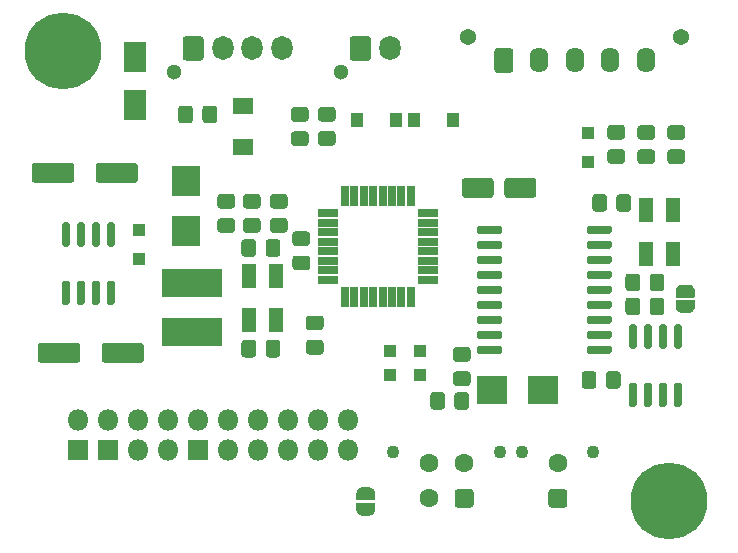
<source format=gbr>
%TF.GenerationSoftware,KiCad,Pcbnew,(5.1.6-0-10_14)*%
%TF.CreationDate,2021-11-18T21:32:24+01:00*%
%TF.ProjectId,SmartDisplay,536d6172-7444-4697-9370-6c61792e6b69,rev?*%
%TF.SameCoordinates,Original*%
%TF.FileFunction,Soldermask,Top*%
%TF.FilePolarity,Negative*%
%FSLAX46Y46*%
G04 Gerber Fmt 4.6, Leading zero omitted, Abs format (unit mm)*
G04 Created by KiCad (PCBNEW (5.1.6-0-10_14)) date 2021-11-18 21:32:24*
%MOMM*%
%LPD*%
G01*
G04 APERTURE LIST*
%ADD10R,1.000000X1.300000*%
%ADD11O,1.800000X1.800000*%
%ADD12R,1.800000X1.800000*%
%ADD13C,1.300000*%
%ADD14O,1.800000X2.100000*%
%ADD15O,1.800000X2.050000*%
%ADD16O,1.600000X2.120000*%
%ADD17C,1.370000*%
%ADD18R,2.600000X2.400000*%
%ADD19R,1.900000X2.600000*%
%ADD20C,1.600000*%
%ADD21C,1.100000*%
%ADD22R,1.100000X1.100000*%
%ADD23R,1.200000X2.000000*%
%ADD24C,0.100000*%
%ADD25R,1.800000X1.400000*%
%ADD26R,5.200000X2.450000*%
%ADD27R,2.400000X2.600000*%
%ADD28C,0.900000*%
%ADD29C,6.500000*%
%ADD30R,0.650000X1.700000*%
%ADD31R,1.700000X0.650000*%
G04 APERTURE END LIST*
D10*
%TO.C,D5*%
X155196000Y-86360000D03*
X158496000Y-86360000D03*
%TD*%
%TO.C,D3*%
X160020000Y-86360000D03*
X163320000Y-86360000D03*
%TD*%
D11*
%TO.C,J5*%
X139192000Y-111760000D03*
X139192000Y-114300000D03*
X136652000Y-111760000D03*
X136652000Y-114300000D03*
X134112000Y-111760000D03*
D12*
X134112000Y-114300000D03*
%TD*%
D13*
%TO.C,J2*%
X153888000Y-82264000D03*
D14*
X157988000Y-80264000D03*
G36*
G01*
X154588000Y-81049294D02*
X154588000Y-79478706D01*
G75*
G02*
X154852706Y-79214000I264706J0D01*
G01*
X156123294Y-79214000D01*
G75*
G02*
X156388000Y-79478706I0J-264706D01*
G01*
X156388000Y-81049294D01*
G75*
G02*
X156123294Y-81314000I-264706J0D01*
G01*
X154852706Y-81314000D01*
G75*
G02*
X154588000Y-81049294I0J264706D01*
G01*
G37*
%TD*%
D13*
%TO.C,J4*%
X139744000Y-82264000D03*
D15*
X148844000Y-80264000D03*
X146344000Y-80264000D03*
X143844000Y-80264000D03*
G36*
G01*
X140444000Y-81024294D02*
X140444000Y-79503706D01*
G75*
G02*
X140708706Y-79239000I264706J0D01*
G01*
X141979294Y-79239000D01*
G75*
G02*
X142244000Y-79503706I0J-264706D01*
G01*
X142244000Y-81024294D01*
G75*
G02*
X141979294Y-81289000I-264706J0D01*
G01*
X140708706Y-81289000D01*
G75*
G02*
X140444000Y-81024294I0J264706D01*
G01*
G37*
%TD*%
D11*
%TO.C,J3*%
X131572000Y-111760000D03*
D12*
X131572000Y-114300000D03*
%TD*%
D16*
%TO.C,J6*%
X179640000Y-81280000D03*
X176640000Y-81280000D03*
X173640000Y-81280000D03*
X170640000Y-81280000D03*
G36*
G01*
X166840000Y-82073333D02*
X166840000Y-80486667D01*
G75*
G02*
X167106667Y-80220000I266667J0D01*
G01*
X168173333Y-80220000D01*
G75*
G02*
X168440000Y-80486667I0J-266667D01*
G01*
X168440000Y-82073333D01*
G75*
G02*
X168173333Y-82340000I-266667J0D01*
G01*
X167106667Y-82340000D01*
G75*
G02*
X166840000Y-82073333I0J266667D01*
G01*
G37*
D17*
X182640000Y-79320000D03*
X164640000Y-79320000D03*
%TD*%
D11*
%TO.C,J7*%
X154432000Y-111760000D03*
X154432000Y-114300000D03*
X151892000Y-111760000D03*
X151892000Y-114300000D03*
X149352000Y-111760000D03*
X149352000Y-114300000D03*
X146812000Y-111760000D03*
X146812000Y-114300000D03*
X144272000Y-111760000D03*
X144272000Y-114300000D03*
X141732000Y-111760000D03*
D12*
X141732000Y-114300000D03*
%TD*%
%TO.C,U1*%
G36*
G01*
X167494000Y-105616000D02*
X167494000Y-105966000D01*
G75*
G02*
X167319000Y-106141000I-175000J0D01*
G01*
X165519000Y-106141000D01*
G75*
G02*
X165344000Y-105966000I0J175000D01*
G01*
X165344000Y-105616000D01*
G75*
G02*
X165519000Y-105441000I175000J0D01*
G01*
X167319000Y-105441000D01*
G75*
G02*
X167494000Y-105616000I0J-175000D01*
G01*
G37*
G36*
G01*
X167494000Y-104346000D02*
X167494000Y-104696000D01*
G75*
G02*
X167319000Y-104871000I-175000J0D01*
G01*
X165519000Y-104871000D01*
G75*
G02*
X165344000Y-104696000I0J175000D01*
G01*
X165344000Y-104346000D01*
G75*
G02*
X165519000Y-104171000I175000J0D01*
G01*
X167319000Y-104171000D01*
G75*
G02*
X167494000Y-104346000I0J-175000D01*
G01*
G37*
G36*
G01*
X167494000Y-103076000D02*
X167494000Y-103426000D01*
G75*
G02*
X167319000Y-103601000I-175000J0D01*
G01*
X165519000Y-103601000D01*
G75*
G02*
X165344000Y-103426000I0J175000D01*
G01*
X165344000Y-103076000D01*
G75*
G02*
X165519000Y-102901000I175000J0D01*
G01*
X167319000Y-102901000D01*
G75*
G02*
X167494000Y-103076000I0J-175000D01*
G01*
G37*
G36*
G01*
X167494000Y-101806000D02*
X167494000Y-102156000D01*
G75*
G02*
X167319000Y-102331000I-175000J0D01*
G01*
X165519000Y-102331000D01*
G75*
G02*
X165344000Y-102156000I0J175000D01*
G01*
X165344000Y-101806000D01*
G75*
G02*
X165519000Y-101631000I175000J0D01*
G01*
X167319000Y-101631000D01*
G75*
G02*
X167494000Y-101806000I0J-175000D01*
G01*
G37*
G36*
G01*
X167494000Y-100536000D02*
X167494000Y-100886000D01*
G75*
G02*
X167319000Y-101061000I-175000J0D01*
G01*
X165519000Y-101061000D01*
G75*
G02*
X165344000Y-100886000I0J175000D01*
G01*
X165344000Y-100536000D01*
G75*
G02*
X165519000Y-100361000I175000J0D01*
G01*
X167319000Y-100361000D01*
G75*
G02*
X167494000Y-100536000I0J-175000D01*
G01*
G37*
G36*
G01*
X167494000Y-99266000D02*
X167494000Y-99616000D01*
G75*
G02*
X167319000Y-99791000I-175000J0D01*
G01*
X165519000Y-99791000D01*
G75*
G02*
X165344000Y-99616000I0J175000D01*
G01*
X165344000Y-99266000D01*
G75*
G02*
X165519000Y-99091000I175000J0D01*
G01*
X167319000Y-99091000D01*
G75*
G02*
X167494000Y-99266000I0J-175000D01*
G01*
G37*
G36*
G01*
X167494000Y-97996000D02*
X167494000Y-98346000D01*
G75*
G02*
X167319000Y-98521000I-175000J0D01*
G01*
X165519000Y-98521000D01*
G75*
G02*
X165344000Y-98346000I0J175000D01*
G01*
X165344000Y-97996000D01*
G75*
G02*
X165519000Y-97821000I175000J0D01*
G01*
X167319000Y-97821000D01*
G75*
G02*
X167494000Y-97996000I0J-175000D01*
G01*
G37*
G36*
G01*
X167494000Y-96726000D02*
X167494000Y-97076000D01*
G75*
G02*
X167319000Y-97251000I-175000J0D01*
G01*
X165519000Y-97251000D01*
G75*
G02*
X165344000Y-97076000I0J175000D01*
G01*
X165344000Y-96726000D01*
G75*
G02*
X165519000Y-96551000I175000J0D01*
G01*
X167319000Y-96551000D01*
G75*
G02*
X167494000Y-96726000I0J-175000D01*
G01*
G37*
G36*
G01*
X167494000Y-95456000D02*
X167494000Y-95806000D01*
G75*
G02*
X167319000Y-95981000I-175000J0D01*
G01*
X165519000Y-95981000D01*
G75*
G02*
X165344000Y-95806000I0J175000D01*
G01*
X165344000Y-95456000D01*
G75*
G02*
X165519000Y-95281000I175000J0D01*
G01*
X167319000Y-95281000D01*
G75*
G02*
X167494000Y-95456000I0J-175000D01*
G01*
G37*
G36*
G01*
X176794000Y-95456000D02*
X176794000Y-95806000D01*
G75*
G02*
X176619000Y-95981000I-175000J0D01*
G01*
X174819000Y-95981000D01*
G75*
G02*
X174644000Y-95806000I0J175000D01*
G01*
X174644000Y-95456000D01*
G75*
G02*
X174819000Y-95281000I175000J0D01*
G01*
X176619000Y-95281000D01*
G75*
G02*
X176794000Y-95456000I0J-175000D01*
G01*
G37*
G36*
G01*
X176794000Y-96726000D02*
X176794000Y-97076000D01*
G75*
G02*
X176619000Y-97251000I-175000J0D01*
G01*
X174819000Y-97251000D01*
G75*
G02*
X174644000Y-97076000I0J175000D01*
G01*
X174644000Y-96726000D01*
G75*
G02*
X174819000Y-96551000I175000J0D01*
G01*
X176619000Y-96551000D01*
G75*
G02*
X176794000Y-96726000I0J-175000D01*
G01*
G37*
G36*
G01*
X176794000Y-97996000D02*
X176794000Y-98346000D01*
G75*
G02*
X176619000Y-98521000I-175000J0D01*
G01*
X174819000Y-98521000D01*
G75*
G02*
X174644000Y-98346000I0J175000D01*
G01*
X174644000Y-97996000D01*
G75*
G02*
X174819000Y-97821000I175000J0D01*
G01*
X176619000Y-97821000D01*
G75*
G02*
X176794000Y-97996000I0J-175000D01*
G01*
G37*
G36*
G01*
X176794000Y-99266000D02*
X176794000Y-99616000D01*
G75*
G02*
X176619000Y-99791000I-175000J0D01*
G01*
X174819000Y-99791000D01*
G75*
G02*
X174644000Y-99616000I0J175000D01*
G01*
X174644000Y-99266000D01*
G75*
G02*
X174819000Y-99091000I175000J0D01*
G01*
X176619000Y-99091000D01*
G75*
G02*
X176794000Y-99266000I0J-175000D01*
G01*
G37*
G36*
G01*
X176794000Y-100536000D02*
X176794000Y-100886000D01*
G75*
G02*
X176619000Y-101061000I-175000J0D01*
G01*
X174819000Y-101061000D01*
G75*
G02*
X174644000Y-100886000I0J175000D01*
G01*
X174644000Y-100536000D01*
G75*
G02*
X174819000Y-100361000I175000J0D01*
G01*
X176619000Y-100361000D01*
G75*
G02*
X176794000Y-100536000I0J-175000D01*
G01*
G37*
G36*
G01*
X176794000Y-101806000D02*
X176794000Y-102156000D01*
G75*
G02*
X176619000Y-102331000I-175000J0D01*
G01*
X174819000Y-102331000D01*
G75*
G02*
X174644000Y-102156000I0J175000D01*
G01*
X174644000Y-101806000D01*
G75*
G02*
X174819000Y-101631000I175000J0D01*
G01*
X176619000Y-101631000D01*
G75*
G02*
X176794000Y-101806000I0J-175000D01*
G01*
G37*
G36*
G01*
X176794000Y-103076000D02*
X176794000Y-103426000D01*
G75*
G02*
X176619000Y-103601000I-175000J0D01*
G01*
X174819000Y-103601000D01*
G75*
G02*
X174644000Y-103426000I0J175000D01*
G01*
X174644000Y-103076000D01*
G75*
G02*
X174819000Y-102901000I175000J0D01*
G01*
X176619000Y-102901000D01*
G75*
G02*
X176794000Y-103076000I0J-175000D01*
G01*
G37*
G36*
G01*
X176794000Y-104346000D02*
X176794000Y-104696000D01*
G75*
G02*
X176619000Y-104871000I-175000J0D01*
G01*
X174819000Y-104871000D01*
G75*
G02*
X174644000Y-104696000I0J175000D01*
G01*
X174644000Y-104346000D01*
G75*
G02*
X174819000Y-104171000I175000J0D01*
G01*
X176619000Y-104171000D01*
G75*
G02*
X176794000Y-104346000I0J-175000D01*
G01*
G37*
G36*
G01*
X176794000Y-105616000D02*
X176794000Y-105966000D01*
G75*
G02*
X176619000Y-106141000I-175000J0D01*
G01*
X174819000Y-106141000D01*
G75*
G02*
X174644000Y-105966000I0J175000D01*
G01*
X174644000Y-105616000D01*
G75*
G02*
X174819000Y-105441000I175000J0D01*
G01*
X176619000Y-105441000D01*
G75*
G02*
X176794000Y-105616000I0J-175000D01*
G01*
G37*
%TD*%
D18*
%TO.C,D2*%
X166642000Y-109220000D03*
X170942000Y-109220000D03*
%TD*%
D19*
%TO.C,D8*%
X136398000Y-81026000D03*
X136398000Y-85026000D03*
%TD*%
D20*
%TO.C,J8*%
X172212000Y-115364000D03*
G36*
G01*
X173012000Y-117830667D02*
X173012000Y-118897333D01*
G75*
G02*
X172745333Y-119164000I-266667J0D01*
G01*
X171678667Y-119164000D01*
G75*
G02*
X171412000Y-118897333I0J266667D01*
G01*
X171412000Y-117830667D01*
G75*
G02*
X171678667Y-117564000I266667J0D01*
G01*
X172745333Y-117564000D01*
G75*
G02*
X173012000Y-117830667I0J-266667D01*
G01*
G37*
D21*
X169212000Y-114424000D03*
X175212000Y-114424000D03*
%TD*%
D22*
%TO.C,D7*%
X160528000Y-107950000D03*
X158028000Y-107950000D03*
%TD*%
%TO.C,D6*%
X160528000Y-105918000D03*
X158028000Y-105918000D03*
%TD*%
%TO.C,D1*%
X174752000Y-89916000D03*
X174752000Y-87416000D03*
%TD*%
%TO.C,D10*%
X136779000Y-95631000D03*
X136779000Y-98131000D03*
%TD*%
D23*
%TO.C,Y2*%
X181991000Y-93980000D03*
X181991000Y-97680000D03*
X179691000Y-97680000D03*
X179691000Y-93980000D03*
%TD*%
%TO.C,Y1*%
X148336000Y-99568000D03*
X148336000Y-103268000D03*
X146036000Y-103268000D03*
X146036000Y-99568000D03*
%TD*%
D24*
%TO.C,JP1*%
G36*
X156755398Y-119274111D02*
G01*
X156755398Y-119292534D01*
X156755157Y-119297435D01*
X156750347Y-119346266D01*
X156749627Y-119351119D01*
X156740055Y-119399244D01*
X156738863Y-119404005D01*
X156724619Y-119450960D01*
X156722966Y-119455579D01*
X156704189Y-119500912D01*
X156702091Y-119505349D01*
X156678960Y-119548622D01*
X156676438Y-119552829D01*
X156649178Y-119593628D01*
X156646254Y-119597570D01*
X156615126Y-119635499D01*
X156611831Y-119639134D01*
X156577134Y-119673831D01*
X156573499Y-119677126D01*
X156535570Y-119708254D01*
X156531628Y-119711178D01*
X156490829Y-119738438D01*
X156486622Y-119740960D01*
X156443349Y-119764091D01*
X156438912Y-119766189D01*
X156393579Y-119784966D01*
X156388960Y-119786619D01*
X156342005Y-119800863D01*
X156337244Y-119802055D01*
X156289119Y-119811627D01*
X156284266Y-119812347D01*
X156235435Y-119817157D01*
X156230534Y-119817398D01*
X156212111Y-119817398D01*
X156206000Y-119818000D01*
X155706000Y-119818000D01*
X155699889Y-119817398D01*
X155681466Y-119817398D01*
X155676565Y-119817157D01*
X155627734Y-119812347D01*
X155622881Y-119811627D01*
X155574756Y-119802055D01*
X155569995Y-119800863D01*
X155523040Y-119786619D01*
X155518421Y-119784966D01*
X155473088Y-119766189D01*
X155468651Y-119764091D01*
X155425378Y-119740960D01*
X155421171Y-119738438D01*
X155380372Y-119711178D01*
X155376430Y-119708254D01*
X155338501Y-119677126D01*
X155334866Y-119673831D01*
X155300169Y-119639134D01*
X155296874Y-119635499D01*
X155265746Y-119597570D01*
X155262822Y-119593628D01*
X155235562Y-119552829D01*
X155233040Y-119548622D01*
X155209909Y-119505349D01*
X155207811Y-119500912D01*
X155189034Y-119455579D01*
X155187381Y-119450960D01*
X155173137Y-119404005D01*
X155171945Y-119399244D01*
X155162373Y-119351119D01*
X155161653Y-119346266D01*
X155156843Y-119297435D01*
X155156602Y-119292534D01*
X155156602Y-119274111D01*
X155156000Y-119268000D01*
X155156000Y-118768000D01*
X155156961Y-118758245D01*
X155159806Y-118748866D01*
X155164427Y-118740221D01*
X155170645Y-118732645D01*
X155178221Y-118726427D01*
X155186866Y-118721806D01*
X155196245Y-118718961D01*
X155206000Y-118718000D01*
X156706000Y-118718000D01*
X156715755Y-118718961D01*
X156725134Y-118721806D01*
X156733779Y-118726427D01*
X156741355Y-118732645D01*
X156747573Y-118740221D01*
X156752194Y-118748866D01*
X156755039Y-118758245D01*
X156756000Y-118768000D01*
X156756000Y-119268000D01*
X156755398Y-119274111D01*
G37*
G36*
X156755039Y-118477755D02*
G01*
X156752194Y-118487134D01*
X156747573Y-118495779D01*
X156741355Y-118503355D01*
X156733779Y-118509573D01*
X156725134Y-118514194D01*
X156715755Y-118517039D01*
X156706000Y-118518000D01*
X155206000Y-118518000D01*
X155196245Y-118517039D01*
X155186866Y-118514194D01*
X155178221Y-118509573D01*
X155170645Y-118503355D01*
X155164427Y-118495779D01*
X155159806Y-118487134D01*
X155156961Y-118477755D01*
X155156000Y-118468000D01*
X155156000Y-117968000D01*
X155156602Y-117961889D01*
X155156602Y-117943466D01*
X155156843Y-117938565D01*
X155161653Y-117889734D01*
X155162373Y-117884881D01*
X155171945Y-117836756D01*
X155173137Y-117831995D01*
X155187381Y-117785040D01*
X155189034Y-117780421D01*
X155207811Y-117735088D01*
X155209909Y-117730651D01*
X155233040Y-117687378D01*
X155235562Y-117683171D01*
X155262822Y-117642372D01*
X155265746Y-117638430D01*
X155296874Y-117600501D01*
X155300169Y-117596866D01*
X155334866Y-117562169D01*
X155338501Y-117558874D01*
X155376430Y-117527746D01*
X155380372Y-117524822D01*
X155421171Y-117497562D01*
X155425378Y-117495040D01*
X155468651Y-117471909D01*
X155473088Y-117469811D01*
X155518421Y-117451034D01*
X155523040Y-117449381D01*
X155569995Y-117435137D01*
X155574756Y-117433945D01*
X155622881Y-117424373D01*
X155627734Y-117423653D01*
X155676565Y-117418843D01*
X155681466Y-117418602D01*
X155699889Y-117418602D01*
X155706000Y-117418000D01*
X156206000Y-117418000D01*
X156212111Y-117418602D01*
X156230534Y-117418602D01*
X156235435Y-117418843D01*
X156284266Y-117423653D01*
X156289119Y-117424373D01*
X156337244Y-117433945D01*
X156342005Y-117435137D01*
X156388960Y-117449381D01*
X156393579Y-117451034D01*
X156438912Y-117469811D01*
X156443349Y-117471909D01*
X156486622Y-117495040D01*
X156490829Y-117497562D01*
X156531628Y-117524822D01*
X156535570Y-117527746D01*
X156573499Y-117558874D01*
X156577134Y-117562169D01*
X156611831Y-117596866D01*
X156615126Y-117600501D01*
X156646254Y-117638430D01*
X156649178Y-117642372D01*
X156676438Y-117683171D01*
X156678960Y-117687378D01*
X156702091Y-117730651D01*
X156704189Y-117735088D01*
X156722966Y-117780421D01*
X156724619Y-117785040D01*
X156738863Y-117831995D01*
X156740055Y-117836756D01*
X156749627Y-117884881D01*
X156750347Y-117889734D01*
X156755157Y-117938565D01*
X156755398Y-117943466D01*
X156755398Y-117961889D01*
X156756000Y-117968000D01*
X156756000Y-118468000D01*
X156755039Y-118477755D01*
G37*
%TD*%
%TO.C,R7*%
G36*
G01*
X150846262Y-86477000D02*
X149889738Y-86477000D01*
G75*
G02*
X149618000Y-86205262I0J271738D01*
G01*
X149618000Y-85498738D01*
G75*
G02*
X149889738Y-85227000I271738J0D01*
G01*
X150846262Y-85227000D01*
G75*
G02*
X151118000Y-85498738I0J-271738D01*
G01*
X151118000Y-86205262D01*
G75*
G02*
X150846262Y-86477000I-271738J0D01*
G01*
G37*
G36*
G01*
X150846262Y-88527000D02*
X149889738Y-88527000D01*
G75*
G02*
X149618000Y-88255262I0J271738D01*
G01*
X149618000Y-87548738D01*
G75*
G02*
X149889738Y-87277000I271738J0D01*
G01*
X150846262Y-87277000D01*
G75*
G02*
X151118000Y-87548738I0J-271738D01*
G01*
X151118000Y-88255262D01*
G75*
G02*
X150846262Y-88527000I-271738J0D01*
G01*
G37*
%TD*%
%TO.C,R6*%
G36*
G01*
X141323000Y-85373738D02*
X141323000Y-86330262D01*
G75*
G02*
X141051262Y-86602000I-271738J0D01*
G01*
X140344738Y-86602000D01*
G75*
G02*
X140073000Y-86330262I0J271738D01*
G01*
X140073000Y-85373738D01*
G75*
G02*
X140344738Y-85102000I271738J0D01*
G01*
X141051262Y-85102000D01*
G75*
G02*
X141323000Y-85373738I0J-271738D01*
G01*
G37*
G36*
G01*
X143373000Y-85373738D02*
X143373000Y-86330262D01*
G75*
G02*
X143101262Y-86602000I-271738J0D01*
G01*
X142394738Y-86602000D01*
G75*
G02*
X142123000Y-86330262I0J271738D01*
G01*
X142123000Y-85373738D01*
G75*
G02*
X142394738Y-85102000I271738J0D01*
G01*
X143101262Y-85102000D01*
G75*
G02*
X143373000Y-85373738I0J-271738D01*
G01*
G37*
%TD*%
D25*
%TO.C,D4*%
X145542000Y-85146000D03*
X145542000Y-88646000D03*
%TD*%
%TO.C,C11*%
G36*
G01*
X167687000Y-92659375D02*
X167687000Y-91490625D01*
G75*
G02*
X167952625Y-91225000I265625J0D01*
G01*
X170121375Y-91225000D01*
G75*
G02*
X170387000Y-91490625I0J-265625D01*
G01*
X170387000Y-92659375D01*
G75*
G02*
X170121375Y-92925000I-265625J0D01*
G01*
X167952625Y-92925000D01*
G75*
G02*
X167687000Y-92659375I0J265625D01*
G01*
G37*
G36*
G01*
X164087000Y-92659375D02*
X164087000Y-91490625D01*
G75*
G02*
X164352625Y-91225000I265625J0D01*
G01*
X166521375Y-91225000D01*
G75*
G02*
X166787000Y-91490625I0J-265625D01*
G01*
X166787000Y-92659375D01*
G75*
G02*
X166521375Y-92925000I-265625J0D01*
G01*
X164352625Y-92925000D01*
G75*
G02*
X164087000Y-92659375I0J265625D01*
G01*
G37*
%TD*%
%TO.C,C10*%
G36*
G01*
X153132262Y-86459000D02*
X152175738Y-86459000D01*
G75*
G02*
X151904000Y-86187262I0J271738D01*
G01*
X151904000Y-85480738D01*
G75*
G02*
X152175738Y-85209000I271738J0D01*
G01*
X153132262Y-85209000D01*
G75*
G02*
X153404000Y-85480738I0J-271738D01*
G01*
X153404000Y-86187262D01*
G75*
G02*
X153132262Y-86459000I-271738J0D01*
G01*
G37*
G36*
G01*
X153132262Y-88509000D02*
X152175738Y-88509000D01*
G75*
G02*
X151904000Y-88237262I0J271738D01*
G01*
X151904000Y-87530738D01*
G75*
G02*
X152175738Y-87259000I271738J0D01*
G01*
X153132262Y-87259000D01*
G75*
G02*
X153404000Y-87530738I0J-271738D01*
G01*
X153404000Y-88237262D01*
G75*
G02*
X153132262Y-88509000I-271738J0D01*
G01*
G37*
%TD*%
%TO.C,U4*%
G36*
G01*
X134191000Y-99940000D02*
X134541000Y-99940000D01*
G75*
G02*
X134716000Y-100115000I0J-175000D01*
G01*
X134716000Y-101815000D01*
G75*
G02*
X134541000Y-101990000I-175000J0D01*
G01*
X134191000Y-101990000D01*
G75*
G02*
X134016000Y-101815000I0J175000D01*
G01*
X134016000Y-100115000D01*
G75*
G02*
X134191000Y-99940000I175000J0D01*
G01*
G37*
G36*
G01*
X132921000Y-99940000D02*
X133271000Y-99940000D01*
G75*
G02*
X133446000Y-100115000I0J-175000D01*
G01*
X133446000Y-101815000D01*
G75*
G02*
X133271000Y-101990000I-175000J0D01*
G01*
X132921000Y-101990000D01*
G75*
G02*
X132746000Y-101815000I0J175000D01*
G01*
X132746000Y-100115000D01*
G75*
G02*
X132921000Y-99940000I175000J0D01*
G01*
G37*
G36*
G01*
X131651000Y-99940000D02*
X132001000Y-99940000D01*
G75*
G02*
X132176000Y-100115000I0J-175000D01*
G01*
X132176000Y-101815000D01*
G75*
G02*
X132001000Y-101990000I-175000J0D01*
G01*
X131651000Y-101990000D01*
G75*
G02*
X131476000Y-101815000I0J175000D01*
G01*
X131476000Y-100115000D01*
G75*
G02*
X131651000Y-99940000I175000J0D01*
G01*
G37*
G36*
G01*
X130381000Y-99940000D02*
X130731000Y-99940000D01*
G75*
G02*
X130906000Y-100115000I0J-175000D01*
G01*
X130906000Y-101815000D01*
G75*
G02*
X130731000Y-101990000I-175000J0D01*
G01*
X130381000Y-101990000D01*
G75*
G02*
X130206000Y-101815000I0J175000D01*
G01*
X130206000Y-100115000D01*
G75*
G02*
X130381000Y-99940000I175000J0D01*
G01*
G37*
G36*
G01*
X130381000Y-94990000D02*
X130731000Y-94990000D01*
G75*
G02*
X130906000Y-95165000I0J-175000D01*
G01*
X130906000Y-96865000D01*
G75*
G02*
X130731000Y-97040000I-175000J0D01*
G01*
X130381000Y-97040000D01*
G75*
G02*
X130206000Y-96865000I0J175000D01*
G01*
X130206000Y-95165000D01*
G75*
G02*
X130381000Y-94990000I175000J0D01*
G01*
G37*
G36*
G01*
X131651000Y-94990000D02*
X132001000Y-94990000D01*
G75*
G02*
X132176000Y-95165000I0J-175000D01*
G01*
X132176000Y-96865000D01*
G75*
G02*
X132001000Y-97040000I-175000J0D01*
G01*
X131651000Y-97040000D01*
G75*
G02*
X131476000Y-96865000I0J175000D01*
G01*
X131476000Y-95165000D01*
G75*
G02*
X131651000Y-94990000I175000J0D01*
G01*
G37*
G36*
G01*
X132921000Y-94990000D02*
X133271000Y-94990000D01*
G75*
G02*
X133446000Y-95165000I0J-175000D01*
G01*
X133446000Y-96865000D01*
G75*
G02*
X133271000Y-97040000I-175000J0D01*
G01*
X132921000Y-97040000D01*
G75*
G02*
X132746000Y-96865000I0J175000D01*
G01*
X132746000Y-95165000D01*
G75*
G02*
X132921000Y-94990000I175000J0D01*
G01*
G37*
G36*
G01*
X134191000Y-94990000D02*
X134541000Y-94990000D01*
G75*
G02*
X134716000Y-95165000I0J-175000D01*
G01*
X134716000Y-96865000D01*
G75*
G02*
X134541000Y-97040000I-175000J0D01*
G01*
X134191000Y-97040000D01*
G75*
G02*
X134016000Y-96865000I0J175000D01*
G01*
X134016000Y-95165000D01*
G75*
G02*
X134191000Y-94990000I175000J0D01*
G01*
G37*
%TD*%
D26*
%TO.C,L1*%
X141224000Y-104267000D03*
X141224000Y-100117000D03*
%TD*%
D27*
%TO.C,D9*%
X140716000Y-95758000D03*
X140716000Y-91458000D03*
%TD*%
%TO.C,C14*%
G36*
G01*
X131782000Y-105460625D02*
X131782000Y-106629375D01*
G75*
G02*
X131516375Y-106895000I-265625J0D01*
G01*
X128447625Y-106895000D01*
G75*
G02*
X128182000Y-106629375I0J265625D01*
G01*
X128182000Y-105460625D01*
G75*
G02*
X128447625Y-105195000I265625J0D01*
G01*
X131516375Y-105195000D01*
G75*
G02*
X131782000Y-105460625I0J-265625D01*
G01*
G37*
G36*
G01*
X137182000Y-105460625D02*
X137182000Y-106629375D01*
G75*
G02*
X136916375Y-106895000I-265625J0D01*
G01*
X133847625Y-106895000D01*
G75*
G02*
X133582000Y-106629375I0J265625D01*
G01*
X133582000Y-105460625D01*
G75*
G02*
X133847625Y-105195000I265625J0D01*
G01*
X136916375Y-105195000D01*
G75*
G02*
X137182000Y-105460625I0J-265625D01*
G01*
G37*
%TD*%
%TO.C,C13*%
G36*
G01*
X131274000Y-90220625D02*
X131274000Y-91389375D01*
G75*
G02*
X131008375Y-91655000I-265625J0D01*
G01*
X127939625Y-91655000D01*
G75*
G02*
X127674000Y-91389375I0J265625D01*
G01*
X127674000Y-90220625D01*
G75*
G02*
X127939625Y-89955000I265625J0D01*
G01*
X131008375Y-89955000D01*
G75*
G02*
X131274000Y-90220625I0J-265625D01*
G01*
G37*
G36*
G01*
X136674000Y-90220625D02*
X136674000Y-91389375D01*
G75*
G02*
X136408375Y-91655000I-265625J0D01*
G01*
X133339625Y-91655000D01*
G75*
G02*
X133074000Y-91389375I0J265625D01*
G01*
X133074000Y-90220625D01*
G75*
G02*
X133339625Y-89955000I265625J0D01*
G01*
X136408375Y-89955000D01*
G75*
G02*
X136674000Y-90220625I0J-265625D01*
G01*
G37*
%TD*%
%TO.C,C4*%
G36*
G01*
X176686738Y-88783000D02*
X177643262Y-88783000D01*
G75*
G02*
X177915000Y-89054738I0J-271738D01*
G01*
X177915000Y-89761262D01*
G75*
G02*
X177643262Y-90033000I-271738J0D01*
G01*
X176686738Y-90033000D01*
G75*
G02*
X176415000Y-89761262I0J271738D01*
G01*
X176415000Y-89054738D01*
G75*
G02*
X176686738Y-88783000I271738J0D01*
G01*
G37*
G36*
G01*
X176686738Y-86733000D02*
X177643262Y-86733000D01*
G75*
G02*
X177915000Y-87004738I0J-271738D01*
G01*
X177915000Y-87711262D01*
G75*
G02*
X177643262Y-87983000I-271738J0D01*
G01*
X176686738Y-87983000D01*
G75*
G02*
X176415000Y-87711262I0J271738D01*
G01*
X176415000Y-87004738D01*
G75*
G02*
X176686738Y-86733000I271738J0D01*
G01*
G37*
%TD*%
%TO.C,R5*%
G36*
G01*
X143666738Y-94625000D02*
X144623262Y-94625000D01*
G75*
G02*
X144895000Y-94896738I0J-271738D01*
G01*
X144895000Y-95603262D01*
G75*
G02*
X144623262Y-95875000I-271738J0D01*
G01*
X143666738Y-95875000D01*
G75*
G02*
X143395000Y-95603262I0J271738D01*
G01*
X143395000Y-94896738D01*
G75*
G02*
X143666738Y-94625000I271738J0D01*
G01*
G37*
G36*
G01*
X143666738Y-92575000D02*
X144623262Y-92575000D01*
G75*
G02*
X144895000Y-92846738I0J-271738D01*
G01*
X144895000Y-93553262D01*
G75*
G02*
X144623262Y-93825000I-271738J0D01*
G01*
X143666738Y-93825000D01*
G75*
G02*
X143395000Y-93553262I0J271738D01*
G01*
X143395000Y-92846738D01*
G75*
G02*
X143666738Y-92575000I271738J0D01*
G01*
G37*
%TD*%
%TO.C,R4*%
G36*
G01*
X148111738Y-94625000D02*
X149068262Y-94625000D01*
G75*
G02*
X149340000Y-94896738I0J-271738D01*
G01*
X149340000Y-95603262D01*
G75*
G02*
X149068262Y-95875000I-271738J0D01*
G01*
X148111738Y-95875000D01*
G75*
G02*
X147840000Y-95603262I0J271738D01*
G01*
X147840000Y-94896738D01*
G75*
G02*
X148111738Y-94625000I271738J0D01*
G01*
G37*
G36*
G01*
X148111738Y-92575000D02*
X149068262Y-92575000D01*
G75*
G02*
X149340000Y-92846738I0J-271738D01*
G01*
X149340000Y-93553262D01*
G75*
G02*
X149068262Y-93825000I-271738J0D01*
G01*
X148111738Y-93825000D01*
G75*
G02*
X147840000Y-93553262I0J271738D01*
G01*
X147840000Y-92846738D01*
G75*
G02*
X148111738Y-92575000I271738J0D01*
G01*
G37*
%TD*%
%TO.C,C9*%
G36*
G01*
X146782262Y-93825000D02*
X145825738Y-93825000D01*
G75*
G02*
X145554000Y-93553262I0J271738D01*
G01*
X145554000Y-92846738D01*
G75*
G02*
X145825738Y-92575000I271738J0D01*
G01*
X146782262Y-92575000D01*
G75*
G02*
X147054000Y-92846738I0J-271738D01*
G01*
X147054000Y-93553262D01*
G75*
G02*
X146782262Y-93825000I-271738J0D01*
G01*
G37*
G36*
G01*
X146782262Y-95875000D02*
X145825738Y-95875000D01*
G75*
G02*
X145554000Y-95603262I0J271738D01*
G01*
X145554000Y-94896738D01*
G75*
G02*
X145825738Y-94625000I271738J0D01*
G01*
X146782262Y-94625000D01*
G75*
G02*
X147054000Y-94896738I0J-271738D01*
G01*
X147054000Y-95603262D01*
G75*
G02*
X146782262Y-95875000I-271738J0D01*
G01*
G37*
%TD*%
D28*
%TO.C,H2*%
X183307056Y-116920944D03*
X181610000Y-116218000D03*
X179912944Y-116920944D03*
X179210000Y-118618000D03*
X179912944Y-120315056D03*
X181610000Y-121018000D03*
X183307056Y-120315056D03*
X184010000Y-118618000D03*
D29*
X181610000Y-118618000D03*
%TD*%
D28*
%TO.C,H1*%
X131999056Y-78820944D03*
X130302000Y-78118000D03*
X128604944Y-78820944D03*
X127902000Y-80518000D03*
X128604944Y-82215056D03*
X130302000Y-82918000D03*
X131999056Y-82215056D03*
X132702000Y-80518000D03*
D29*
X130302000Y-80518000D03*
%TD*%
%TO.C,U2*%
G36*
G01*
X182197000Y-108573000D02*
X182547000Y-108573000D01*
G75*
G02*
X182722000Y-108748000I0J-175000D01*
G01*
X182722000Y-110448000D01*
G75*
G02*
X182547000Y-110623000I-175000J0D01*
G01*
X182197000Y-110623000D01*
G75*
G02*
X182022000Y-110448000I0J175000D01*
G01*
X182022000Y-108748000D01*
G75*
G02*
X182197000Y-108573000I175000J0D01*
G01*
G37*
G36*
G01*
X180927000Y-108573000D02*
X181277000Y-108573000D01*
G75*
G02*
X181452000Y-108748000I0J-175000D01*
G01*
X181452000Y-110448000D01*
G75*
G02*
X181277000Y-110623000I-175000J0D01*
G01*
X180927000Y-110623000D01*
G75*
G02*
X180752000Y-110448000I0J175000D01*
G01*
X180752000Y-108748000D01*
G75*
G02*
X180927000Y-108573000I175000J0D01*
G01*
G37*
G36*
G01*
X179657000Y-108573000D02*
X180007000Y-108573000D01*
G75*
G02*
X180182000Y-108748000I0J-175000D01*
G01*
X180182000Y-110448000D01*
G75*
G02*
X180007000Y-110623000I-175000J0D01*
G01*
X179657000Y-110623000D01*
G75*
G02*
X179482000Y-110448000I0J175000D01*
G01*
X179482000Y-108748000D01*
G75*
G02*
X179657000Y-108573000I175000J0D01*
G01*
G37*
G36*
G01*
X178387000Y-108573000D02*
X178737000Y-108573000D01*
G75*
G02*
X178912000Y-108748000I0J-175000D01*
G01*
X178912000Y-110448000D01*
G75*
G02*
X178737000Y-110623000I-175000J0D01*
G01*
X178387000Y-110623000D01*
G75*
G02*
X178212000Y-110448000I0J175000D01*
G01*
X178212000Y-108748000D01*
G75*
G02*
X178387000Y-108573000I175000J0D01*
G01*
G37*
G36*
G01*
X178387000Y-103623000D02*
X178737000Y-103623000D01*
G75*
G02*
X178912000Y-103798000I0J-175000D01*
G01*
X178912000Y-105498000D01*
G75*
G02*
X178737000Y-105673000I-175000J0D01*
G01*
X178387000Y-105673000D01*
G75*
G02*
X178212000Y-105498000I0J175000D01*
G01*
X178212000Y-103798000D01*
G75*
G02*
X178387000Y-103623000I175000J0D01*
G01*
G37*
G36*
G01*
X179657000Y-103623000D02*
X180007000Y-103623000D01*
G75*
G02*
X180182000Y-103798000I0J-175000D01*
G01*
X180182000Y-105498000D01*
G75*
G02*
X180007000Y-105673000I-175000J0D01*
G01*
X179657000Y-105673000D01*
G75*
G02*
X179482000Y-105498000I0J175000D01*
G01*
X179482000Y-103798000D01*
G75*
G02*
X179657000Y-103623000I175000J0D01*
G01*
G37*
G36*
G01*
X180927000Y-103623000D02*
X181277000Y-103623000D01*
G75*
G02*
X181452000Y-103798000I0J-175000D01*
G01*
X181452000Y-105498000D01*
G75*
G02*
X181277000Y-105673000I-175000J0D01*
G01*
X180927000Y-105673000D01*
G75*
G02*
X180752000Y-105498000I0J175000D01*
G01*
X180752000Y-103798000D01*
G75*
G02*
X180927000Y-103623000I175000J0D01*
G01*
G37*
G36*
G01*
X182197000Y-103623000D02*
X182547000Y-103623000D01*
G75*
G02*
X182722000Y-103798000I0J-175000D01*
G01*
X182722000Y-105498000D01*
G75*
G02*
X182547000Y-105673000I-175000J0D01*
G01*
X182197000Y-105673000D01*
G75*
G02*
X182022000Y-105498000I0J175000D01*
G01*
X182022000Y-103798000D01*
G75*
G02*
X182197000Y-103623000I175000J0D01*
G01*
G37*
%TD*%
%TO.C,R3*%
G36*
G01*
X162659000Y-109630738D02*
X162659000Y-110587262D01*
G75*
G02*
X162387262Y-110859000I-271738J0D01*
G01*
X161680738Y-110859000D01*
G75*
G02*
X161409000Y-110587262I0J271738D01*
G01*
X161409000Y-109630738D01*
G75*
G02*
X161680738Y-109359000I271738J0D01*
G01*
X162387262Y-109359000D01*
G75*
G02*
X162659000Y-109630738I0J-271738D01*
G01*
G37*
G36*
G01*
X164709000Y-109630738D02*
X164709000Y-110587262D01*
G75*
G02*
X164437262Y-110859000I-271738J0D01*
G01*
X163730738Y-110859000D01*
G75*
G02*
X163459000Y-110587262I0J271738D01*
G01*
X163459000Y-109630738D01*
G75*
G02*
X163730738Y-109359000I271738J0D01*
G01*
X164437262Y-109359000D01*
G75*
G02*
X164709000Y-109630738I0J-271738D01*
G01*
G37*
%TD*%
D20*
%TO.C,J1*%
X161290000Y-115364000D03*
X164290000Y-115364000D03*
X161290000Y-118364000D03*
G36*
G01*
X165090000Y-117830667D02*
X165090000Y-118897333D01*
G75*
G02*
X164823333Y-119164000I-266667J0D01*
G01*
X163756667Y-119164000D01*
G75*
G02*
X163490000Y-118897333I0J266667D01*
G01*
X163490000Y-117830667D01*
G75*
G02*
X163756667Y-117564000I266667J0D01*
G01*
X164823333Y-117564000D01*
G75*
G02*
X165090000Y-117830667I0J-266667D01*
G01*
G37*
D21*
X158290000Y-114424000D03*
X167290000Y-114424000D03*
%TD*%
%TO.C,R8*%
G36*
G01*
X151159738Y-104930000D02*
X152116262Y-104930000D01*
G75*
G02*
X152388000Y-105201738I0J-271738D01*
G01*
X152388000Y-105908262D01*
G75*
G02*
X152116262Y-106180000I-271738J0D01*
G01*
X151159738Y-106180000D01*
G75*
G02*
X150888000Y-105908262I0J271738D01*
G01*
X150888000Y-105201738D01*
G75*
G02*
X151159738Y-104930000I271738J0D01*
G01*
G37*
G36*
G01*
X151159738Y-102880000D02*
X152116262Y-102880000D01*
G75*
G02*
X152388000Y-103151738I0J-271738D01*
G01*
X152388000Y-103858262D01*
G75*
G02*
X152116262Y-104130000I-271738J0D01*
G01*
X151159738Y-104130000D01*
G75*
G02*
X150888000Y-103858262I0J271738D01*
G01*
X150888000Y-103151738D01*
G75*
G02*
X151159738Y-102880000I271738J0D01*
G01*
G37*
%TD*%
D30*
%TO.C,U3*%
X154172000Y-92778000D03*
X154972000Y-92778000D03*
X155772000Y-92778000D03*
X156572000Y-92778000D03*
X157372000Y-92778000D03*
X158172000Y-92778000D03*
X158972000Y-92778000D03*
X159772000Y-92778000D03*
D31*
X161222000Y-94228000D03*
X161222000Y-95028000D03*
X161222000Y-95828000D03*
X161222000Y-96628000D03*
X161222000Y-97428000D03*
X161222000Y-98228000D03*
X161222000Y-99028000D03*
X161222000Y-99828000D03*
D30*
X159772000Y-101278000D03*
X158972000Y-101278000D03*
X158172000Y-101278000D03*
X157372000Y-101278000D03*
X156572000Y-101278000D03*
X155772000Y-101278000D03*
X154972000Y-101278000D03*
X154172000Y-101278000D03*
D31*
X152722000Y-99828000D03*
X152722000Y-99028000D03*
X152722000Y-98228000D03*
X152722000Y-97428000D03*
X152722000Y-96628000D03*
X152722000Y-95828000D03*
X152722000Y-95028000D03*
X152722000Y-94228000D03*
%TD*%
%TO.C,C5*%
G36*
G01*
X176286000Y-108809262D02*
X176286000Y-107852738D01*
G75*
G02*
X176557738Y-107581000I271738J0D01*
G01*
X177264262Y-107581000D01*
G75*
G02*
X177536000Y-107852738I0J-271738D01*
G01*
X177536000Y-108809262D01*
G75*
G02*
X177264262Y-109081000I-271738J0D01*
G01*
X176557738Y-109081000D01*
G75*
G02*
X176286000Y-108809262I0J271738D01*
G01*
G37*
G36*
G01*
X174236000Y-108809262D02*
X174236000Y-107852738D01*
G75*
G02*
X174507738Y-107581000I271738J0D01*
G01*
X175214262Y-107581000D01*
G75*
G02*
X175486000Y-107852738I0J-271738D01*
G01*
X175486000Y-108809262D01*
G75*
G02*
X175214262Y-109081000I-271738J0D01*
G01*
X174507738Y-109081000D01*
G75*
G02*
X174236000Y-108809262I0J271738D01*
G01*
G37*
%TD*%
%TO.C,C1*%
G36*
G01*
X164562262Y-106797000D02*
X163605738Y-106797000D01*
G75*
G02*
X163334000Y-106525262I0J271738D01*
G01*
X163334000Y-105818738D01*
G75*
G02*
X163605738Y-105547000I271738J0D01*
G01*
X164562262Y-105547000D01*
G75*
G02*
X164834000Y-105818738I0J-271738D01*
G01*
X164834000Y-106525262D01*
G75*
G02*
X164562262Y-106797000I-271738J0D01*
G01*
G37*
G36*
G01*
X164562262Y-108847000D02*
X163605738Y-108847000D01*
G75*
G02*
X163334000Y-108575262I0J271738D01*
G01*
X163334000Y-107868738D01*
G75*
G02*
X163605738Y-107597000I271738J0D01*
G01*
X164562262Y-107597000D01*
G75*
G02*
X164834000Y-107868738I0J-271738D01*
G01*
X164834000Y-108575262D01*
G75*
G02*
X164562262Y-108847000I-271738J0D01*
G01*
G37*
%TD*%
%TO.C,C6*%
G36*
G01*
X150973262Y-97000000D02*
X150016738Y-97000000D01*
G75*
G02*
X149745000Y-96728262I0J271738D01*
G01*
X149745000Y-96021738D01*
G75*
G02*
X150016738Y-95750000I271738J0D01*
G01*
X150973262Y-95750000D01*
G75*
G02*
X151245000Y-96021738I0J-271738D01*
G01*
X151245000Y-96728262D01*
G75*
G02*
X150973262Y-97000000I-271738J0D01*
G01*
G37*
G36*
G01*
X150973262Y-99050000D02*
X150016738Y-99050000D01*
G75*
G02*
X149745000Y-98778262I0J271738D01*
G01*
X149745000Y-98071738D01*
G75*
G02*
X150016738Y-97800000I271738J0D01*
G01*
X150973262Y-97800000D01*
G75*
G02*
X151245000Y-98071738I0J-271738D01*
G01*
X151245000Y-98778262D01*
G75*
G02*
X150973262Y-99050000I-271738J0D01*
G01*
G37*
%TD*%
%TO.C,C12*%
G36*
G01*
X181766738Y-88801000D02*
X182723262Y-88801000D01*
G75*
G02*
X182995000Y-89072738I0J-271738D01*
G01*
X182995000Y-89779262D01*
G75*
G02*
X182723262Y-90051000I-271738J0D01*
G01*
X181766738Y-90051000D01*
G75*
G02*
X181495000Y-89779262I0J271738D01*
G01*
X181495000Y-89072738D01*
G75*
G02*
X181766738Y-88801000I271738J0D01*
G01*
G37*
G36*
G01*
X181766738Y-86751000D02*
X182723262Y-86751000D01*
G75*
G02*
X182995000Y-87022738I0J-271738D01*
G01*
X182995000Y-87729262D01*
G75*
G02*
X182723262Y-88001000I-271738J0D01*
G01*
X181766738Y-88001000D01*
G75*
G02*
X181495000Y-87729262I0J271738D01*
G01*
X181495000Y-87022738D01*
G75*
G02*
X181766738Y-86751000I271738J0D01*
G01*
G37*
%TD*%
%TO.C,R2*%
G36*
G01*
X179187000Y-101629738D02*
X179187000Y-102586262D01*
G75*
G02*
X178915262Y-102858000I-271738J0D01*
G01*
X178208738Y-102858000D01*
G75*
G02*
X177937000Y-102586262I0J271738D01*
G01*
X177937000Y-101629738D01*
G75*
G02*
X178208738Y-101358000I271738J0D01*
G01*
X178915262Y-101358000D01*
G75*
G02*
X179187000Y-101629738I0J-271738D01*
G01*
G37*
G36*
G01*
X181237000Y-101629738D02*
X181237000Y-102586262D01*
G75*
G02*
X180965262Y-102858000I-271738J0D01*
G01*
X180258738Y-102858000D01*
G75*
G02*
X179987000Y-102586262I0J271738D01*
G01*
X179987000Y-101629738D01*
G75*
G02*
X180258738Y-101358000I271738J0D01*
G01*
X180965262Y-101358000D01*
G75*
G02*
X181237000Y-101629738I0J-271738D01*
G01*
G37*
%TD*%
%TO.C,R1*%
G36*
G01*
X179226738Y-88801000D02*
X180183262Y-88801000D01*
G75*
G02*
X180455000Y-89072738I0J-271738D01*
G01*
X180455000Y-89779262D01*
G75*
G02*
X180183262Y-90051000I-271738J0D01*
G01*
X179226738Y-90051000D01*
G75*
G02*
X178955000Y-89779262I0J271738D01*
G01*
X178955000Y-89072738D01*
G75*
G02*
X179226738Y-88801000I271738J0D01*
G01*
G37*
G36*
G01*
X179226738Y-86751000D02*
X180183262Y-86751000D01*
G75*
G02*
X180455000Y-87022738I0J-271738D01*
G01*
X180455000Y-87729262D01*
G75*
G02*
X180183262Y-88001000I-271738J0D01*
G01*
X179226738Y-88001000D01*
G75*
G02*
X178955000Y-87729262I0J271738D01*
G01*
X178955000Y-87022738D01*
G75*
G02*
X179226738Y-86751000I271738J0D01*
G01*
G37*
%TD*%
D24*
%TO.C,JP2*%
G36*
X183806398Y-102114111D02*
G01*
X183806398Y-102132534D01*
X183806157Y-102137435D01*
X183801347Y-102186266D01*
X183800627Y-102191119D01*
X183791055Y-102239244D01*
X183789863Y-102244005D01*
X183775619Y-102290960D01*
X183773966Y-102295579D01*
X183755189Y-102340912D01*
X183753091Y-102345349D01*
X183729960Y-102388622D01*
X183727438Y-102392829D01*
X183700178Y-102433628D01*
X183697254Y-102437570D01*
X183666126Y-102475499D01*
X183662831Y-102479134D01*
X183628134Y-102513831D01*
X183624499Y-102517126D01*
X183586570Y-102548254D01*
X183582628Y-102551178D01*
X183541829Y-102578438D01*
X183537622Y-102580960D01*
X183494349Y-102604091D01*
X183489912Y-102606189D01*
X183444579Y-102624966D01*
X183439960Y-102626619D01*
X183393005Y-102640863D01*
X183388244Y-102642055D01*
X183340119Y-102651627D01*
X183335266Y-102652347D01*
X183286435Y-102657157D01*
X183281534Y-102657398D01*
X183263111Y-102657398D01*
X183257000Y-102658000D01*
X182757000Y-102658000D01*
X182750889Y-102657398D01*
X182732466Y-102657398D01*
X182727565Y-102657157D01*
X182678734Y-102652347D01*
X182673881Y-102651627D01*
X182625756Y-102642055D01*
X182620995Y-102640863D01*
X182574040Y-102626619D01*
X182569421Y-102624966D01*
X182524088Y-102606189D01*
X182519651Y-102604091D01*
X182476378Y-102580960D01*
X182472171Y-102578438D01*
X182431372Y-102551178D01*
X182427430Y-102548254D01*
X182389501Y-102517126D01*
X182385866Y-102513831D01*
X182351169Y-102479134D01*
X182347874Y-102475499D01*
X182316746Y-102437570D01*
X182313822Y-102433628D01*
X182286562Y-102392829D01*
X182284040Y-102388622D01*
X182260909Y-102345349D01*
X182258811Y-102340912D01*
X182240034Y-102295579D01*
X182238381Y-102290960D01*
X182224137Y-102244005D01*
X182222945Y-102239244D01*
X182213373Y-102191119D01*
X182212653Y-102186266D01*
X182207843Y-102137435D01*
X182207602Y-102132534D01*
X182207602Y-102114111D01*
X182207000Y-102108000D01*
X182207000Y-101608000D01*
X182207961Y-101598245D01*
X182210806Y-101588866D01*
X182215427Y-101580221D01*
X182221645Y-101572645D01*
X182229221Y-101566427D01*
X182237866Y-101561806D01*
X182247245Y-101558961D01*
X182257000Y-101558000D01*
X183757000Y-101558000D01*
X183766755Y-101558961D01*
X183776134Y-101561806D01*
X183784779Y-101566427D01*
X183792355Y-101572645D01*
X183798573Y-101580221D01*
X183803194Y-101588866D01*
X183806039Y-101598245D01*
X183807000Y-101608000D01*
X183807000Y-102108000D01*
X183806398Y-102114111D01*
G37*
G36*
X183806039Y-101317755D02*
G01*
X183803194Y-101327134D01*
X183798573Y-101335779D01*
X183792355Y-101343355D01*
X183784779Y-101349573D01*
X183776134Y-101354194D01*
X183766755Y-101357039D01*
X183757000Y-101358000D01*
X182257000Y-101358000D01*
X182247245Y-101357039D01*
X182237866Y-101354194D01*
X182229221Y-101349573D01*
X182221645Y-101343355D01*
X182215427Y-101335779D01*
X182210806Y-101327134D01*
X182207961Y-101317755D01*
X182207000Y-101308000D01*
X182207000Y-100808000D01*
X182207602Y-100801889D01*
X182207602Y-100783466D01*
X182207843Y-100778565D01*
X182212653Y-100729734D01*
X182213373Y-100724881D01*
X182222945Y-100676756D01*
X182224137Y-100671995D01*
X182238381Y-100625040D01*
X182240034Y-100620421D01*
X182258811Y-100575088D01*
X182260909Y-100570651D01*
X182284040Y-100527378D01*
X182286562Y-100523171D01*
X182313822Y-100482372D01*
X182316746Y-100478430D01*
X182347874Y-100440501D01*
X182351169Y-100436866D01*
X182385866Y-100402169D01*
X182389501Y-100398874D01*
X182427430Y-100367746D01*
X182431372Y-100364822D01*
X182472171Y-100337562D01*
X182476378Y-100335040D01*
X182519651Y-100311909D01*
X182524088Y-100309811D01*
X182569421Y-100291034D01*
X182574040Y-100289381D01*
X182620995Y-100275137D01*
X182625756Y-100273945D01*
X182673881Y-100264373D01*
X182678734Y-100263653D01*
X182727565Y-100258843D01*
X182732466Y-100258602D01*
X182750889Y-100258602D01*
X182757000Y-100258000D01*
X183257000Y-100258000D01*
X183263111Y-100258602D01*
X183281534Y-100258602D01*
X183286435Y-100258843D01*
X183335266Y-100263653D01*
X183340119Y-100264373D01*
X183388244Y-100273945D01*
X183393005Y-100275137D01*
X183439960Y-100289381D01*
X183444579Y-100291034D01*
X183489912Y-100309811D01*
X183494349Y-100311909D01*
X183537622Y-100335040D01*
X183541829Y-100337562D01*
X183582628Y-100364822D01*
X183586570Y-100367746D01*
X183624499Y-100398874D01*
X183628134Y-100402169D01*
X183662831Y-100436866D01*
X183666126Y-100440501D01*
X183697254Y-100478430D01*
X183700178Y-100482372D01*
X183727438Y-100523171D01*
X183729960Y-100527378D01*
X183753091Y-100570651D01*
X183755189Y-100575088D01*
X183773966Y-100620421D01*
X183775619Y-100625040D01*
X183789863Y-100671995D01*
X183791055Y-100676756D01*
X183800627Y-100724881D01*
X183801347Y-100729734D01*
X183806157Y-100778565D01*
X183806398Y-100783466D01*
X183806398Y-100801889D01*
X183807000Y-100808000D01*
X183807000Y-101308000D01*
X183806039Y-101317755D01*
G37*
%TD*%
%TO.C,C8*%
G36*
G01*
X179187000Y-99597738D02*
X179187000Y-100554262D01*
G75*
G02*
X178915262Y-100826000I-271738J0D01*
G01*
X178208738Y-100826000D01*
G75*
G02*
X177937000Y-100554262I0J271738D01*
G01*
X177937000Y-99597738D01*
G75*
G02*
X178208738Y-99326000I271738J0D01*
G01*
X178915262Y-99326000D01*
G75*
G02*
X179187000Y-99597738I0J-271738D01*
G01*
G37*
G36*
G01*
X181237000Y-99597738D02*
X181237000Y-100554262D01*
G75*
G02*
X180965262Y-100826000I-271738J0D01*
G01*
X180258738Y-100826000D01*
G75*
G02*
X179987000Y-100554262I0J271738D01*
G01*
X179987000Y-99597738D01*
G75*
G02*
X180258738Y-99326000I271738J0D01*
G01*
X180965262Y-99326000D01*
G75*
G02*
X181237000Y-99597738I0J-271738D01*
G01*
G37*
%TD*%
%TO.C,C7*%
G36*
G01*
X176375000Y-92866738D02*
X176375000Y-93823262D01*
G75*
G02*
X176103262Y-94095000I-271738J0D01*
G01*
X175396738Y-94095000D01*
G75*
G02*
X175125000Y-93823262I0J271738D01*
G01*
X175125000Y-92866738D01*
G75*
G02*
X175396738Y-92595000I271738J0D01*
G01*
X176103262Y-92595000D01*
G75*
G02*
X176375000Y-92866738I0J-271738D01*
G01*
G37*
G36*
G01*
X178425000Y-92866738D02*
X178425000Y-93823262D01*
G75*
G02*
X178153262Y-94095000I-271738J0D01*
G01*
X177446738Y-94095000D01*
G75*
G02*
X177175000Y-93823262I0J271738D01*
G01*
X177175000Y-92866738D01*
G75*
G02*
X177446738Y-92595000I271738J0D01*
G01*
X178153262Y-92595000D01*
G75*
G02*
X178425000Y-92866738I0J-271738D01*
G01*
G37*
%TD*%
%TO.C,C3*%
G36*
G01*
X147475000Y-106160262D02*
X147475000Y-105203738D01*
G75*
G02*
X147746738Y-104932000I271738J0D01*
G01*
X148453262Y-104932000D01*
G75*
G02*
X148725000Y-105203738I0J-271738D01*
G01*
X148725000Y-106160262D01*
G75*
G02*
X148453262Y-106432000I-271738J0D01*
G01*
X147746738Y-106432000D01*
G75*
G02*
X147475000Y-106160262I0J271738D01*
G01*
G37*
G36*
G01*
X145425000Y-106160262D02*
X145425000Y-105203738D01*
G75*
G02*
X145696738Y-104932000I271738J0D01*
G01*
X146403262Y-104932000D01*
G75*
G02*
X146675000Y-105203738I0J-271738D01*
G01*
X146675000Y-106160262D01*
G75*
G02*
X146403262Y-106432000I-271738J0D01*
G01*
X145696738Y-106432000D01*
G75*
G02*
X145425000Y-106160262I0J271738D01*
G01*
G37*
%TD*%
%TO.C,C2*%
G36*
G01*
X146675000Y-96676738D02*
X146675000Y-97633262D01*
G75*
G02*
X146403262Y-97905000I-271738J0D01*
G01*
X145696738Y-97905000D01*
G75*
G02*
X145425000Y-97633262I0J271738D01*
G01*
X145425000Y-96676738D01*
G75*
G02*
X145696738Y-96405000I271738J0D01*
G01*
X146403262Y-96405000D01*
G75*
G02*
X146675000Y-96676738I0J-271738D01*
G01*
G37*
G36*
G01*
X148725000Y-96676738D02*
X148725000Y-97633262D01*
G75*
G02*
X148453262Y-97905000I-271738J0D01*
G01*
X147746738Y-97905000D01*
G75*
G02*
X147475000Y-97633262I0J271738D01*
G01*
X147475000Y-96676738D01*
G75*
G02*
X147746738Y-96405000I271738J0D01*
G01*
X148453262Y-96405000D01*
G75*
G02*
X148725000Y-96676738I0J-271738D01*
G01*
G37*
%TD*%
M02*

</source>
